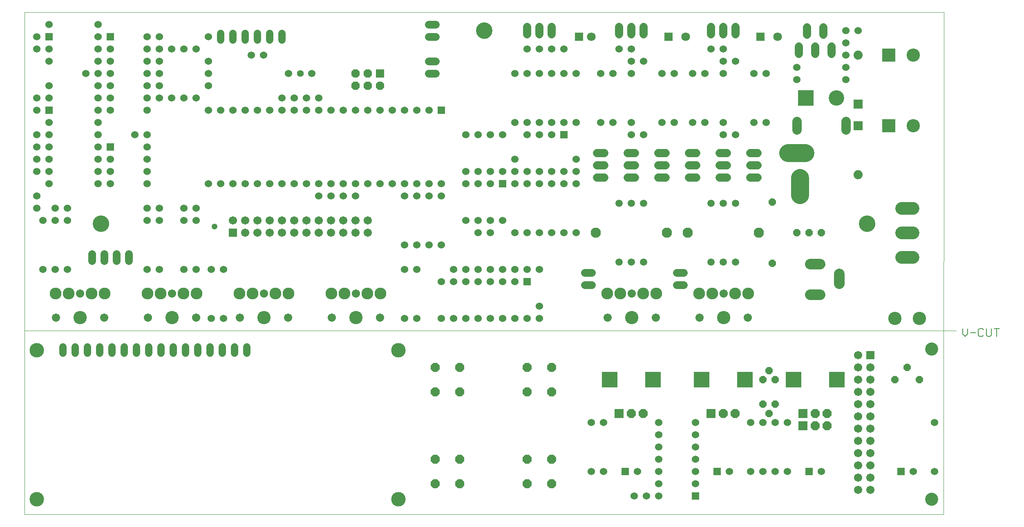
<source format=gbs>
G75*
%MOIN*%
%OFA0B0*%
%FSLAX24Y24*%
%IPPOS*%
%LPD*%
%AMOC8*
5,1,8,0,0,1.08239X$1,22.5*
%
%ADD10C,0.0000*%
%ADD11C,0.1340*%
%ADD12C,0.1064*%
%ADD13C,0.0060*%
%ADD14C,0.0600*%
%ADD15R,0.1080X0.1080*%
%ADD16C,0.1080*%
%ADD17C,0.0740*%
%ADD18R,0.0740X0.0740*%
%ADD19R,0.0600X0.0600*%
%ADD20C,0.1480*%
%ADD21C,0.0050*%
%ADD22C,0.0867*%
%ADD23C,0.0680*%
%ADD24OC8,0.0600*%
%ADD25C,0.0595*%
%ADD26C,0.1182*%
%ADD27C,0.0966*%
%ADD28C,0.0671*%
%ADD29C,0.1025*%
%ADD30R,0.0730X0.0730*%
%ADD31OC8,0.0730*%
%ADD32R,0.1307X0.1307*%
%ADD33OC8,0.0740*%
%ADD34C,0.0710*%
%ADD35R,0.0710X0.0710*%
%ADD36C,0.0592*%
%ADD37C,0.0828*%
%ADD38C,0.0640*%
%ADD39C,0.0780*%
%ADD40R,0.0674X0.0674*%
%ADD41C,0.0674*%
%ADD42C,0.0600*%
%ADD43OC8,0.0674*%
%ADD44C,0.0555*%
%ADD45C,0.1261*%
%ADD46OC8,0.0611*%
%ADD47R,0.1261X0.1261*%
%ADD48C,0.0476*%
D10*
X000500Y000250D02*
X000500Y015250D01*
X076500Y015250D01*
X074008Y013750D02*
X074010Y013794D01*
X074016Y013838D01*
X074026Y013881D01*
X074039Y013923D01*
X074057Y013963D01*
X074078Y014002D01*
X074102Y014039D01*
X074129Y014074D01*
X074160Y014106D01*
X074193Y014135D01*
X074229Y014161D01*
X074267Y014183D01*
X074307Y014202D01*
X074348Y014218D01*
X074391Y014230D01*
X074434Y014238D01*
X074478Y014242D01*
X074522Y014242D01*
X074566Y014238D01*
X074609Y014230D01*
X074652Y014218D01*
X074693Y014202D01*
X074733Y014183D01*
X074771Y014161D01*
X074807Y014135D01*
X074840Y014106D01*
X074871Y014074D01*
X074898Y014039D01*
X074922Y014002D01*
X074943Y013963D01*
X074961Y013923D01*
X074974Y013881D01*
X074984Y013838D01*
X074990Y013794D01*
X074992Y013750D01*
X074990Y013706D01*
X074984Y013662D01*
X074974Y013619D01*
X074961Y013577D01*
X074943Y013537D01*
X074922Y013498D01*
X074898Y013461D01*
X074871Y013426D01*
X074840Y013394D01*
X074807Y013365D01*
X074771Y013339D01*
X074733Y013317D01*
X074693Y013298D01*
X074652Y013282D01*
X074609Y013270D01*
X074566Y013262D01*
X074522Y013258D01*
X074478Y013258D01*
X074434Y013262D01*
X074391Y013270D01*
X074348Y013282D01*
X074307Y013298D01*
X074267Y013317D01*
X074229Y013339D01*
X074193Y013365D01*
X074160Y013394D01*
X074129Y013426D01*
X074102Y013461D01*
X074078Y013498D01*
X074057Y013537D01*
X074039Y013577D01*
X074026Y013619D01*
X074016Y013662D01*
X074010Y013706D01*
X074008Y013750D01*
X059213Y016313D02*
X059215Y016347D01*
X059221Y016381D01*
X059231Y016414D01*
X059244Y016445D01*
X059262Y016475D01*
X059282Y016503D01*
X059306Y016528D01*
X059332Y016550D01*
X059360Y016568D01*
X059391Y016584D01*
X059423Y016596D01*
X059457Y016604D01*
X059491Y016608D01*
X059525Y016608D01*
X059559Y016604D01*
X059593Y016596D01*
X059625Y016584D01*
X059655Y016568D01*
X059684Y016550D01*
X059710Y016528D01*
X059734Y016503D01*
X059754Y016475D01*
X059772Y016445D01*
X059785Y016414D01*
X059795Y016381D01*
X059801Y016347D01*
X059803Y016313D01*
X059801Y016279D01*
X059795Y016245D01*
X059785Y016212D01*
X059772Y016181D01*
X059754Y016151D01*
X059734Y016123D01*
X059710Y016098D01*
X059684Y016076D01*
X059656Y016058D01*
X059625Y016042D01*
X059593Y016030D01*
X059559Y016022D01*
X059525Y016018D01*
X059491Y016018D01*
X059457Y016022D01*
X059423Y016030D01*
X059391Y016042D01*
X059360Y016058D01*
X059332Y016076D01*
X059306Y016098D01*
X059282Y016123D01*
X059262Y016151D01*
X059244Y016181D01*
X059231Y016212D01*
X059221Y016245D01*
X059215Y016279D01*
X059213Y016313D01*
X055276Y016313D02*
X055278Y016347D01*
X055284Y016381D01*
X055294Y016414D01*
X055307Y016445D01*
X055325Y016475D01*
X055345Y016503D01*
X055369Y016528D01*
X055395Y016550D01*
X055423Y016568D01*
X055454Y016584D01*
X055486Y016596D01*
X055520Y016604D01*
X055554Y016608D01*
X055588Y016608D01*
X055622Y016604D01*
X055656Y016596D01*
X055688Y016584D01*
X055718Y016568D01*
X055747Y016550D01*
X055773Y016528D01*
X055797Y016503D01*
X055817Y016475D01*
X055835Y016445D01*
X055848Y016414D01*
X055858Y016381D01*
X055864Y016347D01*
X055866Y016313D01*
X055864Y016279D01*
X055858Y016245D01*
X055848Y016212D01*
X055835Y016181D01*
X055817Y016151D01*
X055797Y016123D01*
X055773Y016098D01*
X055747Y016076D01*
X055719Y016058D01*
X055688Y016042D01*
X055656Y016030D01*
X055622Y016022D01*
X055588Y016018D01*
X055554Y016018D01*
X055520Y016022D01*
X055486Y016030D01*
X055454Y016042D01*
X055423Y016058D01*
X055395Y016076D01*
X055369Y016098D01*
X055345Y016123D01*
X055325Y016151D01*
X055307Y016181D01*
X055294Y016212D01*
X055284Y016245D01*
X055278Y016279D01*
X055276Y016313D01*
X051713Y016313D02*
X051715Y016347D01*
X051721Y016381D01*
X051731Y016414D01*
X051744Y016445D01*
X051762Y016475D01*
X051782Y016503D01*
X051806Y016528D01*
X051832Y016550D01*
X051860Y016568D01*
X051891Y016584D01*
X051923Y016596D01*
X051957Y016604D01*
X051991Y016608D01*
X052025Y016608D01*
X052059Y016604D01*
X052093Y016596D01*
X052125Y016584D01*
X052155Y016568D01*
X052184Y016550D01*
X052210Y016528D01*
X052234Y016503D01*
X052254Y016475D01*
X052272Y016445D01*
X052285Y016414D01*
X052295Y016381D01*
X052301Y016347D01*
X052303Y016313D01*
X052301Y016279D01*
X052295Y016245D01*
X052285Y016212D01*
X052272Y016181D01*
X052254Y016151D01*
X052234Y016123D01*
X052210Y016098D01*
X052184Y016076D01*
X052156Y016058D01*
X052125Y016042D01*
X052093Y016030D01*
X052059Y016022D01*
X052025Y016018D01*
X051991Y016018D01*
X051957Y016022D01*
X051923Y016030D01*
X051891Y016042D01*
X051860Y016058D01*
X051832Y016076D01*
X051806Y016098D01*
X051782Y016123D01*
X051762Y016151D01*
X051744Y016181D01*
X051731Y016212D01*
X051721Y016245D01*
X051715Y016279D01*
X051713Y016313D01*
X049744Y018281D02*
X049746Y018315D01*
X049752Y018349D01*
X049762Y018382D01*
X049775Y018413D01*
X049793Y018443D01*
X049813Y018471D01*
X049837Y018496D01*
X049863Y018518D01*
X049891Y018536D01*
X049922Y018552D01*
X049954Y018564D01*
X049988Y018572D01*
X050022Y018576D01*
X050056Y018576D01*
X050090Y018572D01*
X050124Y018564D01*
X050156Y018552D01*
X050186Y018536D01*
X050215Y018518D01*
X050241Y018496D01*
X050265Y018471D01*
X050285Y018443D01*
X050303Y018413D01*
X050316Y018382D01*
X050326Y018349D01*
X050332Y018315D01*
X050334Y018281D01*
X050332Y018247D01*
X050326Y018213D01*
X050316Y018180D01*
X050303Y018149D01*
X050285Y018119D01*
X050265Y018091D01*
X050241Y018066D01*
X050215Y018044D01*
X050187Y018026D01*
X050156Y018010D01*
X050124Y017998D01*
X050090Y017990D01*
X050056Y017986D01*
X050022Y017986D01*
X049988Y017990D01*
X049954Y017998D01*
X049922Y018010D01*
X049891Y018026D01*
X049863Y018044D01*
X049837Y018066D01*
X049813Y018091D01*
X049793Y018119D01*
X049775Y018149D01*
X049762Y018180D01*
X049752Y018213D01*
X049746Y018247D01*
X049744Y018281D01*
X047776Y016313D02*
X047778Y016347D01*
X047784Y016381D01*
X047794Y016414D01*
X047807Y016445D01*
X047825Y016475D01*
X047845Y016503D01*
X047869Y016528D01*
X047895Y016550D01*
X047923Y016568D01*
X047954Y016584D01*
X047986Y016596D01*
X048020Y016604D01*
X048054Y016608D01*
X048088Y016608D01*
X048122Y016604D01*
X048156Y016596D01*
X048188Y016584D01*
X048218Y016568D01*
X048247Y016550D01*
X048273Y016528D01*
X048297Y016503D01*
X048317Y016475D01*
X048335Y016445D01*
X048348Y016414D01*
X048358Y016381D01*
X048364Y016347D01*
X048366Y016313D01*
X048364Y016279D01*
X048358Y016245D01*
X048348Y016212D01*
X048335Y016181D01*
X048317Y016151D01*
X048297Y016123D01*
X048273Y016098D01*
X048247Y016076D01*
X048219Y016058D01*
X048188Y016042D01*
X048156Y016030D01*
X048122Y016022D01*
X048088Y016018D01*
X048054Y016018D01*
X048020Y016022D01*
X047986Y016030D01*
X047954Y016042D01*
X047923Y016058D01*
X047895Y016076D01*
X047869Y016098D01*
X047845Y016123D01*
X047825Y016151D01*
X047807Y016181D01*
X047794Y016212D01*
X047784Y016245D01*
X047778Y016279D01*
X047776Y016313D01*
X057244Y018281D02*
X057246Y018315D01*
X057252Y018349D01*
X057262Y018382D01*
X057275Y018413D01*
X057293Y018443D01*
X057313Y018471D01*
X057337Y018496D01*
X057363Y018518D01*
X057391Y018536D01*
X057422Y018552D01*
X057454Y018564D01*
X057488Y018572D01*
X057522Y018576D01*
X057556Y018576D01*
X057590Y018572D01*
X057624Y018564D01*
X057656Y018552D01*
X057686Y018536D01*
X057715Y018518D01*
X057741Y018496D01*
X057765Y018471D01*
X057785Y018443D01*
X057803Y018413D01*
X057816Y018382D01*
X057826Y018349D01*
X057832Y018315D01*
X057834Y018281D01*
X057832Y018247D01*
X057826Y018213D01*
X057816Y018180D01*
X057803Y018149D01*
X057785Y018119D01*
X057765Y018091D01*
X057741Y018066D01*
X057715Y018044D01*
X057687Y018026D01*
X057656Y018010D01*
X057624Y017998D01*
X057590Y017990D01*
X057556Y017986D01*
X057522Y017986D01*
X057488Y017990D01*
X057454Y017998D01*
X057422Y018010D01*
X057391Y018026D01*
X057363Y018044D01*
X057337Y018066D01*
X057313Y018091D01*
X057293Y018119D01*
X057275Y018149D01*
X057262Y018180D01*
X057252Y018213D01*
X057246Y018247D01*
X057244Y018281D01*
X054231Y023250D02*
X054233Y023288D01*
X054239Y023327D01*
X054249Y023364D01*
X054262Y023400D01*
X054280Y023434D01*
X054300Y023467D01*
X054324Y023497D01*
X054351Y023524D01*
X054381Y023549D01*
X054412Y023571D01*
X054446Y023589D01*
X054482Y023603D01*
X054519Y023614D01*
X054557Y023621D01*
X054595Y023624D01*
X054634Y023623D01*
X054672Y023618D01*
X054710Y023609D01*
X054746Y023596D01*
X054781Y023580D01*
X054814Y023560D01*
X054845Y023537D01*
X054873Y023511D01*
X054898Y023482D01*
X054921Y023451D01*
X054940Y023417D01*
X054955Y023382D01*
X054967Y023345D01*
X054975Y023308D01*
X054979Y023269D01*
X054979Y023231D01*
X054975Y023192D01*
X054967Y023155D01*
X054955Y023118D01*
X054940Y023083D01*
X054921Y023049D01*
X054898Y023018D01*
X054873Y022989D01*
X054845Y022963D01*
X054814Y022940D01*
X054781Y022920D01*
X054746Y022904D01*
X054710Y022891D01*
X054672Y022882D01*
X054634Y022877D01*
X054595Y022876D01*
X054557Y022879D01*
X054519Y022886D01*
X054482Y022897D01*
X054446Y022911D01*
X054412Y022929D01*
X054381Y022951D01*
X054351Y022976D01*
X054324Y023003D01*
X054300Y023033D01*
X054280Y023066D01*
X054262Y023100D01*
X054249Y023136D01*
X054239Y023173D01*
X054233Y023212D01*
X054231Y023250D01*
X052521Y023250D02*
X052523Y023288D01*
X052529Y023327D01*
X052539Y023364D01*
X052552Y023400D01*
X052570Y023434D01*
X052590Y023467D01*
X052614Y023497D01*
X052641Y023524D01*
X052671Y023549D01*
X052702Y023571D01*
X052736Y023589D01*
X052772Y023603D01*
X052809Y023614D01*
X052847Y023621D01*
X052885Y023624D01*
X052924Y023623D01*
X052962Y023618D01*
X053000Y023609D01*
X053036Y023596D01*
X053071Y023580D01*
X053104Y023560D01*
X053135Y023537D01*
X053163Y023511D01*
X053188Y023482D01*
X053211Y023451D01*
X053230Y023417D01*
X053245Y023382D01*
X053257Y023345D01*
X053265Y023308D01*
X053269Y023269D01*
X053269Y023231D01*
X053265Y023192D01*
X053257Y023155D01*
X053245Y023118D01*
X053230Y023083D01*
X053211Y023049D01*
X053188Y023018D01*
X053163Y022989D01*
X053135Y022963D01*
X053104Y022940D01*
X053071Y022920D01*
X053036Y022904D01*
X053000Y022891D01*
X052962Y022882D01*
X052924Y022877D01*
X052885Y022876D01*
X052847Y022879D01*
X052809Y022886D01*
X052772Y022897D01*
X052736Y022911D01*
X052702Y022929D01*
X052671Y022951D01*
X052641Y022976D01*
X052614Y023003D01*
X052590Y023033D01*
X052570Y023066D01*
X052552Y023100D01*
X052539Y023136D01*
X052529Y023173D01*
X052523Y023212D01*
X052521Y023250D01*
X046731Y023250D02*
X046733Y023288D01*
X046739Y023327D01*
X046749Y023364D01*
X046762Y023400D01*
X046780Y023434D01*
X046800Y023467D01*
X046824Y023497D01*
X046851Y023524D01*
X046881Y023549D01*
X046912Y023571D01*
X046946Y023589D01*
X046982Y023603D01*
X047019Y023614D01*
X047057Y023621D01*
X047095Y023624D01*
X047134Y023623D01*
X047172Y023618D01*
X047210Y023609D01*
X047246Y023596D01*
X047281Y023580D01*
X047314Y023560D01*
X047345Y023537D01*
X047373Y023511D01*
X047398Y023482D01*
X047421Y023451D01*
X047440Y023417D01*
X047455Y023382D01*
X047467Y023345D01*
X047475Y023308D01*
X047479Y023269D01*
X047479Y023231D01*
X047475Y023192D01*
X047467Y023155D01*
X047455Y023118D01*
X047440Y023083D01*
X047421Y023049D01*
X047398Y023018D01*
X047373Y022989D01*
X047345Y022963D01*
X047314Y022940D01*
X047281Y022920D01*
X047246Y022904D01*
X047210Y022891D01*
X047172Y022882D01*
X047134Y022877D01*
X047095Y022876D01*
X047057Y022879D01*
X047019Y022886D01*
X046982Y022897D01*
X046946Y022911D01*
X046912Y022929D01*
X046881Y022951D01*
X046851Y022976D01*
X046824Y023003D01*
X046800Y023033D01*
X046780Y023066D01*
X046762Y023100D01*
X046749Y023136D01*
X046739Y023173D01*
X046733Y023212D01*
X046731Y023250D01*
X060021Y023250D02*
X060023Y023288D01*
X060029Y023327D01*
X060039Y023364D01*
X060052Y023400D01*
X060070Y023434D01*
X060090Y023467D01*
X060114Y023497D01*
X060141Y023524D01*
X060171Y023549D01*
X060202Y023571D01*
X060236Y023589D01*
X060272Y023603D01*
X060309Y023614D01*
X060347Y023621D01*
X060385Y023624D01*
X060424Y023623D01*
X060462Y023618D01*
X060500Y023609D01*
X060536Y023596D01*
X060571Y023580D01*
X060604Y023560D01*
X060635Y023537D01*
X060663Y023511D01*
X060688Y023482D01*
X060711Y023451D01*
X060730Y023417D01*
X060745Y023382D01*
X060757Y023345D01*
X060765Y023308D01*
X060769Y023269D01*
X060769Y023231D01*
X060765Y023192D01*
X060757Y023155D01*
X060745Y023118D01*
X060730Y023083D01*
X060711Y023049D01*
X060688Y023018D01*
X060663Y022989D01*
X060635Y022963D01*
X060604Y022940D01*
X060571Y022920D01*
X060536Y022904D01*
X060500Y022891D01*
X060462Y022882D01*
X060424Y022877D01*
X060385Y022876D01*
X060347Y022879D01*
X060309Y022886D01*
X060272Y022897D01*
X060236Y022911D01*
X060202Y022929D01*
X060171Y022951D01*
X060141Y022976D01*
X060114Y023003D01*
X060090Y023033D01*
X060070Y023066D01*
X060052Y023100D01*
X060039Y023136D01*
X060029Y023173D01*
X060023Y023212D01*
X060021Y023250D01*
X068620Y024000D02*
X068622Y024050D01*
X068628Y024100D01*
X068638Y024149D01*
X068652Y024197D01*
X068669Y024244D01*
X068690Y024289D01*
X068715Y024333D01*
X068743Y024374D01*
X068775Y024413D01*
X068809Y024450D01*
X068846Y024484D01*
X068886Y024514D01*
X068928Y024541D01*
X068972Y024565D01*
X069018Y024586D01*
X069065Y024602D01*
X069113Y024615D01*
X069163Y024624D01*
X069212Y024629D01*
X069263Y024630D01*
X069313Y024627D01*
X069362Y024620D01*
X069411Y024609D01*
X069459Y024594D01*
X069505Y024576D01*
X069550Y024554D01*
X069593Y024528D01*
X069634Y024499D01*
X069673Y024467D01*
X069709Y024432D01*
X069741Y024394D01*
X069771Y024354D01*
X069798Y024311D01*
X069821Y024267D01*
X069840Y024221D01*
X069856Y024173D01*
X069868Y024124D01*
X069876Y024075D01*
X069880Y024025D01*
X069880Y023975D01*
X069876Y023925D01*
X069868Y023876D01*
X069856Y023827D01*
X069840Y023779D01*
X069821Y023733D01*
X069798Y023689D01*
X069771Y023646D01*
X069741Y023606D01*
X069709Y023568D01*
X069673Y023533D01*
X069634Y023501D01*
X069593Y023472D01*
X069550Y023446D01*
X069505Y023424D01*
X069459Y023406D01*
X069411Y023391D01*
X069362Y023380D01*
X069313Y023373D01*
X069263Y023370D01*
X069212Y023371D01*
X069163Y023376D01*
X069113Y023385D01*
X069065Y023398D01*
X069018Y023414D01*
X068972Y023435D01*
X068928Y023459D01*
X068886Y023486D01*
X068846Y023516D01*
X068809Y023550D01*
X068775Y023587D01*
X068743Y023626D01*
X068715Y023667D01*
X068690Y023711D01*
X068669Y023756D01*
X068652Y023803D01*
X068638Y023851D01*
X068628Y023900D01*
X068622Y023950D01*
X068620Y024000D01*
X037370Y039750D02*
X037372Y039800D01*
X037378Y039850D01*
X037388Y039899D01*
X037402Y039947D01*
X037419Y039994D01*
X037440Y040039D01*
X037465Y040083D01*
X037493Y040124D01*
X037525Y040163D01*
X037559Y040200D01*
X037596Y040234D01*
X037636Y040264D01*
X037678Y040291D01*
X037722Y040315D01*
X037768Y040336D01*
X037815Y040352D01*
X037863Y040365D01*
X037913Y040374D01*
X037962Y040379D01*
X038013Y040380D01*
X038063Y040377D01*
X038112Y040370D01*
X038161Y040359D01*
X038209Y040344D01*
X038255Y040326D01*
X038300Y040304D01*
X038343Y040278D01*
X038384Y040249D01*
X038423Y040217D01*
X038459Y040182D01*
X038491Y040144D01*
X038521Y040104D01*
X038548Y040061D01*
X038571Y040017D01*
X038590Y039971D01*
X038606Y039923D01*
X038618Y039874D01*
X038626Y039825D01*
X038630Y039775D01*
X038630Y039725D01*
X038626Y039675D01*
X038618Y039626D01*
X038606Y039577D01*
X038590Y039529D01*
X038571Y039483D01*
X038548Y039439D01*
X038521Y039396D01*
X038491Y039356D01*
X038459Y039318D01*
X038423Y039283D01*
X038384Y039251D01*
X038343Y039222D01*
X038300Y039196D01*
X038255Y039174D01*
X038209Y039156D01*
X038161Y039141D01*
X038112Y039130D01*
X038063Y039123D01*
X038013Y039120D01*
X037962Y039121D01*
X037913Y039126D01*
X037863Y039135D01*
X037815Y039148D01*
X037768Y039164D01*
X037722Y039185D01*
X037678Y039209D01*
X037636Y039236D01*
X037596Y039266D01*
X037559Y039300D01*
X037525Y039337D01*
X037493Y039376D01*
X037465Y039417D01*
X037440Y039461D01*
X037419Y039506D01*
X037402Y039553D01*
X037388Y039601D01*
X037378Y039650D01*
X037372Y039700D01*
X037370Y039750D01*
X006120Y024000D02*
X006122Y024050D01*
X006128Y024100D01*
X006138Y024149D01*
X006152Y024197D01*
X006169Y024244D01*
X006190Y024289D01*
X006215Y024333D01*
X006243Y024374D01*
X006275Y024413D01*
X006309Y024450D01*
X006346Y024484D01*
X006386Y024514D01*
X006428Y024541D01*
X006472Y024565D01*
X006518Y024586D01*
X006565Y024602D01*
X006613Y024615D01*
X006663Y024624D01*
X006712Y024629D01*
X006763Y024630D01*
X006813Y024627D01*
X006862Y024620D01*
X006911Y024609D01*
X006959Y024594D01*
X007005Y024576D01*
X007050Y024554D01*
X007093Y024528D01*
X007134Y024499D01*
X007173Y024467D01*
X007209Y024432D01*
X007241Y024394D01*
X007271Y024354D01*
X007298Y024311D01*
X007321Y024267D01*
X007340Y024221D01*
X007356Y024173D01*
X007368Y024124D01*
X007376Y024075D01*
X007380Y024025D01*
X007380Y023975D01*
X007376Y023925D01*
X007368Y023876D01*
X007356Y023827D01*
X007340Y023779D01*
X007321Y023733D01*
X007298Y023689D01*
X007271Y023646D01*
X007241Y023606D01*
X007209Y023568D01*
X007173Y023533D01*
X007134Y023501D01*
X007093Y023472D01*
X007050Y023446D01*
X007005Y023424D01*
X006959Y023406D01*
X006911Y023391D01*
X006862Y023380D01*
X006813Y023373D01*
X006763Y023370D01*
X006712Y023371D01*
X006663Y023376D01*
X006613Y023385D01*
X006565Y023398D01*
X006518Y023414D01*
X006472Y023435D01*
X006428Y023459D01*
X006386Y023486D01*
X006346Y023516D01*
X006309Y023550D01*
X006275Y023587D01*
X006243Y023626D01*
X006215Y023667D01*
X006190Y023711D01*
X006169Y023756D01*
X006152Y023803D01*
X006138Y023851D01*
X006128Y023900D01*
X006122Y023950D01*
X006120Y024000D01*
X004744Y018281D02*
X004746Y018315D01*
X004752Y018349D01*
X004762Y018382D01*
X004775Y018413D01*
X004793Y018443D01*
X004813Y018471D01*
X004837Y018496D01*
X004863Y018518D01*
X004891Y018536D01*
X004922Y018552D01*
X004954Y018564D01*
X004988Y018572D01*
X005022Y018576D01*
X005056Y018576D01*
X005090Y018572D01*
X005124Y018564D01*
X005156Y018552D01*
X005186Y018536D01*
X005215Y018518D01*
X005241Y018496D01*
X005265Y018471D01*
X005285Y018443D01*
X005303Y018413D01*
X005316Y018382D01*
X005326Y018349D01*
X005332Y018315D01*
X005334Y018281D01*
X005332Y018247D01*
X005326Y018213D01*
X005316Y018180D01*
X005303Y018149D01*
X005285Y018119D01*
X005265Y018091D01*
X005241Y018066D01*
X005215Y018044D01*
X005187Y018026D01*
X005156Y018010D01*
X005124Y017998D01*
X005090Y017990D01*
X005056Y017986D01*
X005022Y017986D01*
X004988Y017990D01*
X004954Y017998D01*
X004922Y018010D01*
X004891Y018026D01*
X004863Y018044D01*
X004837Y018066D01*
X004813Y018091D01*
X004793Y018119D01*
X004775Y018149D01*
X004762Y018180D01*
X004752Y018213D01*
X004746Y018247D01*
X004744Y018281D01*
X002776Y016313D02*
X002778Y016347D01*
X002784Y016381D01*
X002794Y016414D01*
X002807Y016445D01*
X002825Y016475D01*
X002845Y016503D01*
X002869Y016528D01*
X002895Y016550D01*
X002923Y016568D01*
X002954Y016584D01*
X002986Y016596D01*
X003020Y016604D01*
X003054Y016608D01*
X003088Y016608D01*
X003122Y016604D01*
X003156Y016596D01*
X003188Y016584D01*
X003218Y016568D01*
X003247Y016550D01*
X003273Y016528D01*
X003297Y016503D01*
X003317Y016475D01*
X003335Y016445D01*
X003348Y016414D01*
X003358Y016381D01*
X003364Y016347D01*
X003366Y016313D01*
X003364Y016279D01*
X003358Y016245D01*
X003348Y016212D01*
X003335Y016181D01*
X003317Y016151D01*
X003297Y016123D01*
X003273Y016098D01*
X003247Y016076D01*
X003219Y016058D01*
X003188Y016042D01*
X003156Y016030D01*
X003122Y016022D01*
X003088Y016018D01*
X003054Y016018D01*
X003020Y016022D01*
X002986Y016030D01*
X002954Y016042D01*
X002923Y016058D01*
X002895Y016076D01*
X002869Y016098D01*
X002845Y016123D01*
X002825Y016151D01*
X002807Y016181D01*
X002794Y016212D01*
X002784Y016245D01*
X002778Y016279D01*
X002776Y016313D01*
X000500Y015250D02*
X000500Y041250D01*
X075500Y041250D01*
X075492Y000250D01*
X000500Y000250D01*
X000949Y001500D02*
X000951Y001547D01*
X000957Y001593D01*
X000967Y001639D01*
X000980Y001684D01*
X000998Y001727D01*
X001019Y001769D01*
X001043Y001809D01*
X001071Y001846D01*
X001102Y001881D01*
X001136Y001914D01*
X001172Y001943D01*
X001211Y001969D01*
X001252Y001992D01*
X001295Y002011D01*
X001339Y002027D01*
X001384Y002039D01*
X001430Y002047D01*
X001477Y002051D01*
X001523Y002051D01*
X001570Y002047D01*
X001616Y002039D01*
X001661Y002027D01*
X001705Y002011D01*
X001748Y001992D01*
X001789Y001969D01*
X001828Y001943D01*
X001864Y001914D01*
X001898Y001881D01*
X001929Y001846D01*
X001957Y001809D01*
X001981Y001769D01*
X002002Y001727D01*
X002020Y001684D01*
X002033Y001639D01*
X002043Y001593D01*
X002049Y001547D01*
X002051Y001500D01*
X002049Y001453D01*
X002043Y001407D01*
X002033Y001361D01*
X002020Y001316D01*
X002002Y001273D01*
X001981Y001231D01*
X001957Y001191D01*
X001929Y001154D01*
X001898Y001119D01*
X001864Y001086D01*
X001828Y001057D01*
X001789Y001031D01*
X001748Y001008D01*
X001705Y000989D01*
X001661Y000973D01*
X001616Y000961D01*
X001570Y000953D01*
X001523Y000949D01*
X001477Y000949D01*
X001430Y000953D01*
X001384Y000961D01*
X001339Y000973D01*
X001295Y000989D01*
X001252Y001008D01*
X001211Y001031D01*
X001172Y001057D01*
X001136Y001086D01*
X001102Y001119D01*
X001071Y001154D01*
X001043Y001191D01*
X001019Y001231D01*
X000998Y001273D01*
X000980Y001316D01*
X000967Y001361D01*
X000957Y001407D01*
X000951Y001453D01*
X000949Y001500D01*
X000949Y013673D02*
X000951Y013720D01*
X000957Y013766D01*
X000967Y013812D01*
X000980Y013857D01*
X000998Y013900D01*
X001019Y013942D01*
X001043Y013982D01*
X001071Y014019D01*
X001102Y014054D01*
X001136Y014087D01*
X001172Y014116D01*
X001211Y014142D01*
X001252Y014165D01*
X001295Y014184D01*
X001339Y014200D01*
X001384Y014212D01*
X001430Y014220D01*
X001477Y014224D01*
X001523Y014224D01*
X001570Y014220D01*
X001616Y014212D01*
X001661Y014200D01*
X001705Y014184D01*
X001748Y014165D01*
X001789Y014142D01*
X001828Y014116D01*
X001864Y014087D01*
X001898Y014054D01*
X001929Y014019D01*
X001957Y013982D01*
X001981Y013942D01*
X002002Y013900D01*
X002020Y013857D01*
X002033Y013812D01*
X002043Y013766D01*
X002049Y013720D01*
X002051Y013673D01*
X002049Y013626D01*
X002043Y013580D01*
X002033Y013534D01*
X002020Y013489D01*
X002002Y013446D01*
X001981Y013404D01*
X001957Y013364D01*
X001929Y013327D01*
X001898Y013292D01*
X001864Y013259D01*
X001828Y013230D01*
X001789Y013204D01*
X001748Y013181D01*
X001705Y013162D01*
X001661Y013146D01*
X001616Y013134D01*
X001570Y013126D01*
X001523Y013122D01*
X001477Y013122D01*
X001430Y013126D01*
X001384Y013134D01*
X001339Y013146D01*
X001295Y013162D01*
X001252Y013181D01*
X001211Y013204D01*
X001172Y013230D01*
X001136Y013259D01*
X001102Y013292D01*
X001071Y013327D01*
X001043Y013364D01*
X001019Y013404D01*
X000998Y013446D01*
X000980Y013489D01*
X000967Y013534D01*
X000957Y013580D01*
X000951Y013626D01*
X000949Y013673D01*
X006713Y016313D02*
X006715Y016347D01*
X006721Y016381D01*
X006731Y016414D01*
X006744Y016445D01*
X006762Y016475D01*
X006782Y016503D01*
X006806Y016528D01*
X006832Y016550D01*
X006860Y016568D01*
X006891Y016584D01*
X006923Y016596D01*
X006957Y016604D01*
X006991Y016608D01*
X007025Y016608D01*
X007059Y016604D01*
X007093Y016596D01*
X007125Y016584D01*
X007155Y016568D01*
X007184Y016550D01*
X007210Y016528D01*
X007234Y016503D01*
X007254Y016475D01*
X007272Y016445D01*
X007285Y016414D01*
X007295Y016381D01*
X007301Y016347D01*
X007303Y016313D01*
X007301Y016279D01*
X007295Y016245D01*
X007285Y016212D01*
X007272Y016181D01*
X007254Y016151D01*
X007234Y016123D01*
X007210Y016098D01*
X007184Y016076D01*
X007156Y016058D01*
X007125Y016042D01*
X007093Y016030D01*
X007059Y016022D01*
X007025Y016018D01*
X006991Y016018D01*
X006957Y016022D01*
X006923Y016030D01*
X006891Y016042D01*
X006860Y016058D01*
X006832Y016076D01*
X006806Y016098D01*
X006782Y016123D01*
X006762Y016151D01*
X006744Y016181D01*
X006731Y016212D01*
X006721Y016245D01*
X006715Y016279D01*
X006713Y016313D01*
X010276Y016313D02*
X010278Y016347D01*
X010284Y016381D01*
X010294Y016414D01*
X010307Y016445D01*
X010325Y016475D01*
X010345Y016503D01*
X010369Y016528D01*
X010395Y016550D01*
X010423Y016568D01*
X010454Y016584D01*
X010486Y016596D01*
X010520Y016604D01*
X010554Y016608D01*
X010588Y016608D01*
X010622Y016604D01*
X010656Y016596D01*
X010688Y016584D01*
X010718Y016568D01*
X010747Y016550D01*
X010773Y016528D01*
X010797Y016503D01*
X010817Y016475D01*
X010835Y016445D01*
X010848Y016414D01*
X010858Y016381D01*
X010864Y016347D01*
X010866Y016313D01*
X010864Y016279D01*
X010858Y016245D01*
X010848Y016212D01*
X010835Y016181D01*
X010817Y016151D01*
X010797Y016123D01*
X010773Y016098D01*
X010747Y016076D01*
X010719Y016058D01*
X010688Y016042D01*
X010656Y016030D01*
X010622Y016022D01*
X010588Y016018D01*
X010554Y016018D01*
X010520Y016022D01*
X010486Y016030D01*
X010454Y016042D01*
X010423Y016058D01*
X010395Y016076D01*
X010369Y016098D01*
X010345Y016123D01*
X010325Y016151D01*
X010307Y016181D01*
X010294Y016212D01*
X010284Y016245D01*
X010278Y016279D01*
X010276Y016313D01*
X012244Y018281D02*
X012246Y018315D01*
X012252Y018349D01*
X012262Y018382D01*
X012275Y018413D01*
X012293Y018443D01*
X012313Y018471D01*
X012337Y018496D01*
X012363Y018518D01*
X012391Y018536D01*
X012422Y018552D01*
X012454Y018564D01*
X012488Y018572D01*
X012522Y018576D01*
X012556Y018576D01*
X012590Y018572D01*
X012624Y018564D01*
X012656Y018552D01*
X012686Y018536D01*
X012715Y018518D01*
X012741Y018496D01*
X012765Y018471D01*
X012785Y018443D01*
X012803Y018413D01*
X012816Y018382D01*
X012826Y018349D01*
X012832Y018315D01*
X012834Y018281D01*
X012832Y018247D01*
X012826Y018213D01*
X012816Y018180D01*
X012803Y018149D01*
X012785Y018119D01*
X012765Y018091D01*
X012741Y018066D01*
X012715Y018044D01*
X012687Y018026D01*
X012656Y018010D01*
X012624Y017998D01*
X012590Y017990D01*
X012556Y017986D01*
X012522Y017986D01*
X012488Y017990D01*
X012454Y017998D01*
X012422Y018010D01*
X012391Y018026D01*
X012363Y018044D01*
X012337Y018066D01*
X012313Y018091D01*
X012293Y018119D01*
X012275Y018149D01*
X012262Y018180D01*
X012252Y018213D01*
X012246Y018247D01*
X012244Y018281D01*
X014213Y016313D02*
X014215Y016347D01*
X014221Y016381D01*
X014231Y016414D01*
X014244Y016445D01*
X014262Y016475D01*
X014282Y016503D01*
X014306Y016528D01*
X014332Y016550D01*
X014360Y016568D01*
X014391Y016584D01*
X014423Y016596D01*
X014457Y016604D01*
X014491Y016608D01*
X014525Y016608D01*
X014559Y016604D01*
X014593Y016596D01*
X014625Y016584D01*
X014655Y016568D01*
X014684Y016550D01*
X014710Y016528D01*
X014734Y016503D01*
X014754Y016475D01*
X014772Y016445D01*
X014785Y016414D01*
X014795Y016381D01*
X014801Y016347D01*
X014803Y016313D01*
X014801Y016279D01*
X014795Y016245D01*
X014785Y016212D01*
X014772Y016181D01*
X014754Y016151D01*
X014734Y016123D01*
X014710Y016098D01*
X014684Y016076D01*
X014656Y016058D01*
X014625Y016042D01*
X014593Y016030D01*
X014559Y016022D01*
X014525Y016018D01*
X014491Y016018D01*
X014457Y016022D01*
X014423Y016030D01*
X014391Y016042D01*
X014360Y016058D01*
X014332Y016076D01*
X014306Y016098D01*
X014282Y016123D01*
X014262Y016151D01*
X014244Y016181D01*
X014231Y016212D01*
X014221Y016245D01*
X014215Y016279D01*
X014213Y016313D01*
X017776Y016313D02*
X017778Y016347D01*
X017784Y016381D01*
X017794Y016414D01*
X017807Y016445D01*
X017825Y016475D01*
X017845Y016503D01*
X017869Y016528D01*
X017895Y016550D01*
X017923Y016568D01*
X017954Y016584D01*
X017986Y016596D01*
X018020Y016604D01*
X018054Y016608D01*
X018088Y016608D01*
X018122Y016604D01*
X018156Y016596D01*
X018188Y016584D01*
X018218Y016568D01*
X018247Y016550D01*
X018273Y016528D01*
X018297Y016503D01*
X018317Y016475D01*
X018335Y016445D01*
X018348Y016414D01*
X018358Y016381D01*
X018364Y016347D01*
X018366Y016313D01*
X018364Y016279D01*
X018358Y016245D01*
X018348Y016212D01*
X018335Y016181D01*
X018317Y016151D01*
X018297Y016123D01*
X018273Y016098D01*
X018247Y016076D01*
X018219Y016058D01*
X018188Y016042D01*
X018156Y016030D01*
X018122Y016022D01*
X018088Y016018D01*
X018054Y016018D01*
X018020Y016022D01*
X017986Y016030D01*
X017954Y016042D01*
X017923Y016058D01*
X017895Y016076D01*
X017869Y016098D01*
X017845Y016123D01*
X017825Y016151D01*
X017807Y016181D01*
X017794Y016212D01*
X017784Y016245D01*
X017778Y016279D01*
X017776Y016313D01*
X019744Y018281D02*
X019746Y018315D01*
X019752Y018349D01*
X019762Y018382D01*
X019775Y018413D01*
X019793Y018443D01*
X019813Y018471D01*
X019837Y018496D01*
X019863Y018518D01*
X019891Y018536D01*
X019922Y018552D01*
X019954Y018564D01*
X019988Y018572D01*
X020022Y018576D01*
X020056Y018576D01*
X020090Y018572D01*
X020124Y018564D01*
X020156Y018552D01*
X020186Y018536D01*
X020215Y018518D01*
X020241Y018496D01*
X020265Y018471D01*
X020285Y018443D01*
X020303Y018413D01*
X020316Y018382D01*
X020326Y018349D01*
X020332Y018315D01*
X020334Y018281D01*
X020332Y018247D01*
X020326Y018213D01*
X020316Y018180D01*
X020303Y018149D01*
X020285Y018119D01*
X020265Y018091D01*
X020241Y018066D01*
X020215Y018044D01*
X020187Y018026D01*
X020156Y018010D01*
X020124Y017998D01*
X020090Y017990D01*
X020056Y017986D01*
X020022Y017986D01*
X019988Y017990D01*
X019954Y017998D01*
X019922Y018010D01*
X019891Y018026D01*
X019863Y018044D01*
X019837Y018066D01*
X019813Y018091D01*
X019793Y018119D01*
X019775Y018149D01*
X019762Y018180D01*
X019752Y018213D01*
X019746Y018247D01*
X019744Y018281D01*
X021713Y016313D02*
X021715Y016347D01*
X021721Y016381D01*
X021731Y016414D01*
X021744Y016445D01*
X021762Y016475D01*
X021782Y016503D01*
X021806Y016528D01*
X021832Y016550D01*
X021860Y016568D01*
X021891Y016584D01*
X021923Y016596D01*
X021957Y016604D01*
X021991Y016608D01*
X022025Y016608D01*
X022059Y016604D01*
X022093Y016596D01*
X022125Y016584D01*
X022155Y016568D01*
X022184Y016550D01*
X022210Y016528D01*
X022234Y016503D01*
X022254Y016475D01*
X022272Y016445D01*
X022285Y016414D01*
X022295Y016381D01*
X022301Y016347D01*
X022303Y016313D01*
X022301Y016279D01*
X022295Y016245D01*
X022285Y016212D01*
X022272Y016181D01*
X022254Y016151D01*
X022234Y016123D01*
X022210Y016098D01*
X022184Y016076D01*
X022156Y016058D01*
X022125Y016042D01*
X022093Y016030D01*
X022059Y016022D01*
X022025Y016018D01*
X021991Y016018D01*
X021957Y016022D01*
X021923Y016030D01*
X021891Y016042D01*
X021860Y016058D01*
X021832Y016076D01*
X021806Y016098D01*
X021782Y016123D01*
X021762Y016151D01*
X021744Y016181D01*
X021731Y016212D01*
X021721Y016245D01*
X021715Y016279D01*
X021713Y016313D01*
X025276Y016313D02*
X025278Y016347D01*
X025284Y016381D01*
X025294Y016414D01*
X025307Y016445D01*
X025325Y016475D01*
X025345Y016503D01*
X025369Y016528D01*
X025395Y016550D01*
X025423Y016568D01*
X025454Y016584D01*
X025486Y016596D01*
X025520Y016604D01*
X025554Y016608D01*
X025588Y016608D01*
X025622Y016604D01*
X025656Y016596D01*
X025688Y016584D01*
X025718Y016568D01*
X025747Y016550D01*
X025773Y016528D01*
X025797Y016503D01*
X025817Y016475D01*
X025835Y016445D01*
X025848Y016414D01*
X025858Y016381D01*
X025864Y016347D01*
X025866Y016313D01*
X025864Y016279D01*
X025858Y016245D01*
X025848Y016212D01*
X025835Y016181D01*
X025817Y016151D01*
X025797Y016123D01*
X025773Y016098D01*
X025747Y016076D01*
X025719Y016058D01*
X025688Y016042D01*
X025656Y016030D01*
X025622Y016022D01*
X025588Y016018D01*
X025554Y016018D01*
X025520Y016022D01*
X025486Y016030D01*
X025454Y016042D01*
X025423Y016058D01*
X025395Y016076D01*
X025369Y016098D01*
X025345Y016123D01*
X025325Y016151D01*
X025307Y016181D01*
X025294Y016212D01*
X025284Y016245D01*
X025278Y016279D01*
X025276Y016313D01*
X027244Y018281D02*
X027246Y018315D01*
X027252Y018349D01*
X027262Y018382D01*
X027275Y018413D01*
X027293Y018443D01*
X027313Y018471D01*
X027337Y018496D01*
X027363Y018518D01*
X027391Y018536D01*
X027422Y018552D01*
X027454Y018564D01*
X027488Y018572D01*
X027522Y018576D01*
X027556Y018576D01*
X027590Y018572D01*
X027624Y018564D01*
X027656Y018552D01*
X027686Y018536D01*
X027715Y018518D01*
X027741Y018496D01*
X027765Y018471D01*
X027785Y018443D01*
X027803Y018413D01*
X027816Y018382D01*
X027826Y018349D01*
X027832Y018315D01*
X027834Y018281D01*
X027832Y018247D01*
X027826Y018213D01*
X027816Y018180D01*
X027803Y018149D01*
X027785Y018119D01*
X027765Y018091D01*
X027741Y018066D01*
X027715Y018044D01*
X027687Y018026D01*
X027656Y018010D01*
X027624Y017998D01*
X027590Y017990D01*
X027556Y017986D01*
X027522Y017986D01*
X027488Y017990D01*
X027454Y017998D01*
X027422Y018010D01*
X027391Y018026D01*
X027363Y018044D01*
X027337Y018066D01*
X027313Y018091D01*
X027293Y018119D01*
X027275Y018149D01*
X027262Y018180D01*
X027252Y018213D01*
X027246Y018247D01*
X027244Y018281D01*
X029213Y016313D02*
X029215Y016347D01*
X029221Y016381D01*
X029231Y016414D01*
X029244Y016445D01*
X029262Y016475D01*
X029282Y016503D01*
X029306Y016528D01*
X029332Y016550D01*
X029360Y016568D01*
X029391Y016584D01*
X029423Y016596D01*
X029457Y016604D01*
X029491Y016608D01*
X029525Y016608D01*
X029559Y016604D01*
X029593Y016596D01*
X029625Y016584D01*
X029655Y016568D01*
X029684Y016550D01*
X029710Y016528D01*
X029734Y016503D01*
X029754Y016475D01*
X029772Y016445D01*
X029785Y016414D01*
X029795Y016381D01*
X029801Y016347D01*
X029803Y016313D01*
X029801Y016279D01*
X029795Y016245D01*
X029785Y016212D01*
X029772Y016181D01*
X029754Y016151D01*
X029734Y016123D01*
X029710Y016098D01*
X029684Y016076D01*
X029656Y016058D01*
X029625Y016042D01*
X029593Y016030D01*
X029559Y016022D01*
X029525Y016018D01*
X029491Y016018D01*
X029457Y016022D01*
X029423Y016030D01*
X029391Y016042D01*
X029360Y016058D01*
X029332Y016076D01*
X029306Y016098D01*
X029282Y016123D01*
X029262Y016151D01*
X029244Y016181D01*
X029231Y016212D01*
X029221Y016245D01*
X029215Y016279D01*
X029213Y016313D01*
X030445Y013673D02*
X030447Y013720D01*
X030453Y013766D01*
X030463Y013812D01*
X030476Y013857D01*
X030494Y013900D01*
X030515Y013942D01*
X030539Y013982D01*
X030567Y014019D01*
X030598Y014054D01*
X030632Y014087D01*
X030668Y014116D01*
X030707Y014142D01*
X030748Y014165D01*
X030791Y014184D01*
X030835Y014200D01*
X030880Y014212D01*
X030926Y014220D01*
X030973Y014224D01*
X031019Y014224D01*
X031066Y014220D01*
X031112Y014212D01*
X031157Y014200D01*
X031201Y014184D01*
X031244Y014165D01*
X031285Y014142D01*
X031324Y014116D01*
X031360Y014087D01*
X031394Y014054D01*
X031425Y014019D01*
X031453Y013982D01*
X031477Y013942D01*
X031498Y013900D01*
X031516Y013857D01*
X031529Y013812D01*
X031539Y013766D01*
X031545Y013720D01*
X031547Y013673D01*
X031545Y013626D01*
X031539Y013580D01*
X031529Y013534D01*
X031516Y013489D01*
X031498Y013446D01*
X031477Y013404D01*
X031453Y013364D01*
X031425Y013327D01*
X031394Y013292D01*
X031360Y013259D01*
X031324Y013230D01*
X031285Y013204D01*
X031244Y013181D01*
X031201Y013162D01*
X031157Y013146D01*
X031112Y013134D01*
X031066Y013126D01*
X031019Y013122D01*
X030973Y013122D01*
X030926Y013126D01*
X030880Y013134D01*
X030835Y013146D01*
X030791Y013162D01*
X030748Y013181D01*
X030707Y013204D01*
X030668Y013230D01*
X030632Y013259D01*
X030598Y013292D01*
X030567Y013327D01*
X030539Y013364D01*
X030515Y013404D01*
X030494Y013446D01*
X030476Y013489D01*
X030463Y013534D01*
X030453Y013580D01*
X030447Y013626D01*
X030445Y013673D01*
X030445Y001500D02*
X030447Y001547D01*
X030453Y001593D01*
X030463Y001639D01*
X030476Y001684D01*
X030494Y001727D01*
X030515Y001769D01*
X030539Y001809D01*
X030567Y001846D01*
X030598Y001881D01*
X030632Y001914D01*
X030668Y001943D01*
X030707Y001969D01*
X030748Y001992D01*
X030791Y002011D01*
X030835Y002027D01*
X030880Y002039D01*
X030926Y002047D01*
X030973Y002051D01*
X031019Y002051D01*
X031066Y002047D01*
X031112Y002039D01*
X031157Y002027D01*
X031201Y002011D01*
X031244Y001992D01*
X031285Y001969D01*
X031324Y001943D01*
X031360Y001914D01*
X031394Y001881D01*
X031425Y001846D01*
X031453Y001809D01*
X031477Y001769D01*
X031498Y001727D01*
X031516Y001684D01*
X031529Y001639D01*
X031539Y001593D01*
X031545Y001547D01*
X031547Y001500D01*
X031545Y001453D01*
X031539Y001407D01*
X031529Y001361D01*
X031516Y001316D01*
X031498Y001273D01*
X031477Y001231D01*
X031453Y001191D01*
X031425Y001154D01*
X031394Y001119D01*
X031360Y001086D01*
X031324Y001057D01*
X031285Y001031D01*
X031244Y001008D01*
X031201Y000989D01*
X031157Y000973D01*
X031112Y000961D01*
X031066Y000953D01*
X031019Y000949D01*
X030973Y000949D01*
X030926Y000953D01*
X030880Y000961D01*
X030835Y000973D01*
X030791Y000989D01*
X030748Y001008D01*
X030707Y001031D01*
X030668Y001057D01*
X030632Y001086D01*
X030598Y001119D01*
X030567Y001154D01*
X030539Y001191D01*
X030515Y001231D01*
X030494Y001273D01*
X030476Y001316D01*
X030463Y001361D01*
X030453Y001407D01*
X030447Y001453D01*
X030445Y001500D01*
X074008Y001500D02*
X074010Y001544D01*
X074016Y001588D01*
X074026Y001631D01*
X074039Y001673D01*
X074057Y001713D01*
X074078Y001752D01*
X074102Y001789D01*
X074129Y001824D01*
X074160Y001856D01*
X074193Y001885D01*
X074229Y001911D01*
X074267Y001933D01*
X074307Y001952D01*
X074348Y001968D01*
X074391Y001980D01*
X074434Y001988D01*
X074478Y001992D01*
X074522Y001992D01*
X074566Y001988D01*
X074609Y001980D01*
X074652Y001968D01*
X074693Y001952D01*
X074733Y001933D01*
X074771Y001911D01*
X074807Y001885D01*
X074840Y001856D01*
X074871Y001824D01*
X074898Y001789D01*
X074922Y001752D01*
X074943Y001713D01*
X074961Y001673D01*
X074974Y001631D01*
X074984Y001588D01*
X074990Y001544D01*
X074992Y001500D01*
X074990Y001456D01*
X074984Y001412D01*
X074974Y001369D01*
X074961Y001327D01*
X074943Y001287D01*
X074922Y001248D01*
X074898Y001211D01*
X074871Y001176D01*
X074840Y001144D01*
X074807Y001115D01*
X074771Y001089D01*
X074733Y001067D01*
X074693Y001048D01*
X074652Y001032D01*
X074609Y001020D01*
X074566Y001012D01*
X074522Y001008D01*
X074478Y001008D01*
X074434Y001012D01*
X074391Y001020D01*
X074348Y001032D01*
X074307Y001048D01*
X074267Y001067D01*
X074229Y001089D01*
X074193Y001115D01*
X074160Y001144D01*
X074129Y001176D01*
X074102Y001211D01*
X074078Y001248D01*
X074057Y001287D01*
X074039Y001327D01*
X074026Y001369D01*
X074016Y001412D01*
X074010Y001456D01*
X074008Y001500D01*
D11*
X069250Y024000D03*
X038000Y039750D03*
X006750Y024000D03*
D12*
X074500Y013750D03*
X074500Y001500D03*
D13*
X077244Y014780D02*
X077457Y014994D01*
X077457Y015421D01*
X077675Y015100D02*
X078102Y015100D01*
X078319Y015314D02*
X078319Y014887D01*
X078426Y014780D01*
X078639Y014780D01*
X078746Y014887D01*
X078964Y014887D02*
X079070Y014780D01*
X079284Y014780D01*
X079391Y014887D01*
X079391Y015421D01*
X079608Y015421D02*
X080035Y015421D01*
X079822Y015421D02*
X079822Y014780D01*
X078964Y014887D02*
X078964Y015421D01*
X078746Y015314D02*
X078639Y015421D01*
X078426Y015421D01*
X078319Y015314D01*
X077244Y014780D02*
X077030Y014994D01*
X077030Y015421D01*
D14*
X074750Y007750D03*
X074750Y003750D03*
X073000Y003750D03*
X065500Y003750D03*
X062750Y003750D03*
X061750Y003750D03*
X060750Y003750D03*
X059750Y003750D03*
X058000Y003750D03*
X055250Y003750D03*
X055250Y004750D03*
X055250Y005750D03*
X055250Y006750D03*
X055250Y007750D03*
X052250Y007750D03*
X052250Y006750D03*
X052250Y005750D03*
X052250Y004750D03*
X052250Y003750D03*
X052250Y002750D03*
X052250Y001750D03*
X051250Y001750D03*
X050250Y001750D03*
X050500Y003750D03*
X047750Y003750D03*
X046750Y003750D03*
X046750Y007750D03*
X047750Y007750D03*
X055250Y002750D03*
X059750Y007750D03*
X060750Y007750D03*
X061750Y007750D03*
X062750Y007750D03*
X042500Y016250D03*
X041500Y016250D03*
X040500Y016250D03*
X039500Y016250D03*
X038500Y016250D03*
X037500Y016250D03*
X036500Y016250D03*
X035500Y016250D03*
X034500Y016250D03*
X032500Y016250D03*
X031500Y016250D03*
X034500Y019250D03*
X035500Y019250D03*
X036500Y019250D03*
X037500Y019250D03*
X038500Y019250D03*
X038500Y020250D03*
X037500Y020250D03*
X036500Y020250D03*
X035500Y020250D03*
X032500Y020250D03*
X031500Y020250D03*
X031500Y022250D03*
X032500Y022250D03*
X033500Y022250D03*
X034500Y022250D03*
X037500Y023250D03*
X038500Y023250D03*
X038500Y024250D03*
X037500Y024250D03*
X036500Y024250D03*
X039500Y024250D03*
X040500Y023250D03*
X041500Y023250D03*
X042500Y023250D03*
X043500Y023250D03*
X044500Y023250D03*
X045500Y023250D03*
X042500Y020250D03*
X041500Y020250D03*
X040500Y020250D03*
X039500Y020250D03*
X039500Y019250D03*
X040500Y019250D03*
X042500Y017250D03*
X034500Y026250D03*
X033500Y026250D03*
X032500Y026250D03*
X031500Y026250D03*
X031500Y027250D03*
X032500Y027250D03*
X033500Y027250D03*
X034500Y027250D03*
X036500Y027250D03*
X037500Y027250D03*
X038500Y027250D03*
X038500Y028250D03*
X037500Y028250D03*
X036500Y028250D03*
X039500Y028250D03*
X040500Y028250D03*
X041500Y028250D03*
X042500Y028250D03*
X043500Y028250D03*
X044500Y028250D03*
X045500Y028250D03*
X045500Y029250D03*
X045500Y027250D03*
X044500Y027250D03*
X043500Y027250D03*
X042500Y027250D03*
X041500Y027250D03*
X040500Y027250D03*
X040500Y029250D03*
X039500Y031250D03*
X038500Y031250D03*
X037500Y031250D03*
X036500Y031250D03*
X033500Y033250D03*
X032500Y033250D03*
X031500Y033250D03*
X030500Y033250D03*
X029500Y033250D03*
X028500Y033250D03*
X027500Y033250D03*
X026500Y033250D03*
X025500Y033250D03*
X024500Y033250D03*
X023500Y033250D03*
X022500Y033250D03*
X022500Y034250D03*
X023500Y034250D03*
X024500Y034250D03*
X021500Y034250D03*
X021500Y033250D03*
X020500Y033250D03*
X019500Y033250D03*
X018500Y033250D03*
X017500Y033250D03*
X016500Y033250D03*
X015500Y033250D03*
X014500Y034250D03*
X013500Y034250D03*
X012500Y034250D03*
X011500Y034250D03*
X010500Y034250D03*
X010500Y033250D03*
X010500Y035250D03*
X011500Y035250D03*
X011500Y036250D03*
X010500Y036250D03*
X010500Y037250D03*
X011500Y037250D03*
X011500Y038250D03*
X010500Y038250D03*
X010500Y039250D03*
X011500Y039250D03*
X012500Y038250D03*
X013500Y038250D03*
X014500Y038250D03*
X015500Y039250D03*
X019000Y037750D03*
X020000Y037750D03*
X022050Y036250D03*
X023950Y036250D03*
X015500Y036250D03*
X015500Y037250D03*
X015500Y035250D03*
X010500Y031250D03*
X009500Y031250D03*
X010500Y030250D03*
X010500Y029250D03*
X010500Y028250D03*
X010500Y027250D03*
X007500Y027250D03*
X006500Y027250D03*
X006500Y028250D03*
X007500Y028250D03*
X007500Y029250D03*
X006500Y029250D03*
X006500Y030250D03*
X006500Y031250D03*
X006500Y032250D03*
X006500Y033250D03*
X007500Y033250D03*
X007500Y034250D03*
X006500Y034250D03*
X006500Y035250D03*
X007500Y035250D03*
X007500Y036250D03*
X006500Y036250D03*
X006500Y037250D03*
X007500Y037250D03*
X007500Y038250D03*
X006500Y038250D03*
X006500Y039250D03*
X006500Y040250D03*
X002500Y040250D03*
X001500Y039250D03*
X001500Y038250D03*
X002500Y038250D03*
X002500Y037250D03*
X005500Y036250D03*
X002500Y035250D03*
X002500Y034250D03*
X001500Y034250D03*
X001500Y033250D03*
X002500Y032250D03*
X002500Y031250D03*
X001500Y031250D03*
X001500Y030250D03*
X001500Y029250D03*
X001500Y028250D03*
X002500Y028250D03*
X002500Y029250D03*
X002500Y030250D03*
X002500Y027250D03*
X001500Y026250D03*
X001500Y025250D03*
X002000Y024250D03*
X003000Y024250D03*
X004000Y024250D03*
X004000Y025250D03*
X003000Y025250D03*
X010500Y025250D03*
X011500Y025250D03*
X011500Y024250D03*
X010500Y024250D03*
X013500Y024250D03*
X013500Y025250D03*
X014500Y025250D03*
X014500Y024250D03*
X015500Y027250D03*
X016500Y027250D03*
X017500Y027250D03*
X018500Y027250D03*
X019500Y027250D03*
X020500Y027250D03*
X021500Y027250D03*
X022500Y027250D03*
X023500Y027250D03*
X024500Y027250D03*
X025500Y027250D03*
X026500Y027250D03*
X026500Y026250D03*
X025500Y026250D03*
X024500Y026250D03*
X027500Y026250D03*
X027500Y027250D03*
X028500Y027250D03*
X029500Y027250D03*
X030500Y027250D03*
X040500Y032250D03*
X041500Y032250D03*
X042500Y032250D03*
X042500Y031250D03*
X041500Y031250D03*
X043500Y031250D03*
X043500Y032250D03*
X044500Y032250D03*
X045500Y032250D03*
X047500Y032250D03*
X048500Y032250D03*
X050000Y032250D03*
X050000Y031250D03*
X051000Y031250D03*
X052500Y032250D03*
X053500Y032250D03*
X055000Y032250D03*
X056000Y032250D03*
X057500Y032250D03*
X057500Y031250D03*
X058500Y031250D03*
X060000Y032250D03*
X061000Y032250D03*
X063500Y035750D03*
X063500Y036750D03*
X061000Y036250D03*
X060000Y036250D03*
X058500Y037250D03*
X057500Y037250D03*
X057500Y036250D03*
X056000Y036250D03*
X055000Y036250D03*
X053500Y036250D03*
X052500Y036250D03*
X051000Y037250D03*
X050000Y037250D03*
X050000Y036250D03*
X048500Y036250D03*
X047500Y036250D03*
X045500Y036250D03*
X044500Y036250D03*
X043500Y036250D03*
X042500Y036250D03*
X041500Y036250D03*
X040500Y036250D03*
X041500Y038250D03*
X042500Y038250D03*
X043500Y038250D03*
X044500Y038250D03*
X049000Y038250D03*
X050000Y038250D03*
X056500Y038250D03*
X057500Y038250D03*
X067500Y037750D03*
X067500Y036750D03*
X067500Y035750D03*
X067500Y038750D03*
X067500Y039750D03*
X068500Y039750D03*
X016750Y020250D03*
X015750Y020250D03*
X014500Y020250D03*
X013500Y020250D03*
X011500Y020250D03*
X010500Y020250D03*
X004000Y020250D03*
X003000Y020250D03*
X002000Y020250D03*
X015750Y016250D03*
X016750Y016250D03*
D15*
X071000Y032000D03*
X071000Y037750D03*
D16*
X073000Y037750D03*
X073000Y032000D03*
X073500Y016250D03*
X071500Y016250D03*
X057539Y016313D03*
X050039Y016313D03*
X027539Y016313D03*
X020039Y016313D03*
X012539Y016313D03*
X005039Y016313D03*
D17*
X068500Y028000D03*
X068500Y037750D03*
D18*
X068500Y033750D03*
X068500Y032000D03*
D19*
X044500Y031250D03*
X039500Y027250D03*
X034500Y033250D03*
X007500Y030250D03*
X002500Y033250D03*
X002500Y039250D03*
X007500Y039250D03*
X041500Y019250D03*
X049500Y003750D03*
X055250Y001750D03*
X057000Y003750D03*
X064500Y003750D03*
X072000Y003750D03*
D20*
X063790Y026325D02*
X063790Y027725D01*
X064200Y029750D02*
X062800Y029750D01*
D21*
X062380Y029480D02*
X062380Y030020D01*
X064620Y030020D01*
X064620Y029480D01*
X062380Y029480D01*
X063520Y028150D02*
X064060Y028150D01*
X064060Y025910D01*
X063520Y025910D01*
X063520Y028150D01*
D22*
X064622Y020683D02*
X065409Y020683D01*
X066984Y019896D02*
X066984Y019108D01*
X065409Y018203D02*
X064622Y018203D01*
D23*
X060300Y027750D02*
X059700Y027750D01*
X059700Y028750D02*
X060300Y028750D01*
X060300Y029750D02*
X059700Y029750D01*
X057800Y029750D02*
X057200Y029750D01*
X057200Y028750D02*
X057800Y028750D01*
X057800Y027750D02*
X057200Y027750D01*
X055300Y027750D02*
X054700Y027750D01*
X054700Y028750D02*
X055300Y028750D01*
X055300Y029750D02*
X054700Y029750D01*
X052800Y029750D02*
X052200Y029750D01*
X052200Y028750D02*
X052800Y028750D01*
X052800Y027750D02*
X052200Y027750D01*
X050300Y027750D02*
X049700Y027750D01*
X047800Y027750D02*
X047200Y027750D01*
X047200Y028750D02*
X047800Y028750D01*
X047800Y029750D02*
X047200Y029750D01*
X049700Y029750D02*
X050300Y029750D01*
X050300Y028750D02*
X049700Y028750D01*
X063661Y037864D02*
X063661Y038464D01*
X065000Y038464D02*
X065000Y037864D01*
X066339Y037864D02*
X066339Y038464D01*
X065669Y039439D02*
X065669Y040039D01*
X064331Y040039D02*
X064331Y039439D01*
X058500Y039450D02*
X058500Y040050D01*
X057500Y040050D02*
X057500Y039450D01*
X056500Y039450D02*
X056500Y040050D01*
X051000Y040050D02*
X051000Y039450D01*
X050000Y039450D02*
X050000Y040050D01*
X049000Y040050D02*
X049000Y039450D01*
X043500Y039450D02*
X043500Y040050D01*
X042500Y040050D02*
X042500Y039450D01*
X041500Y039450D02*
X041500Y040050D01*
D24*
X061500Y025750D03*
X063500Y023250D03*
X065500Y023250D03*
X061500Y020750D03*
X072500Y012250D03*
X071500Y011250D03*
X073500Y011250D03*
X061750Y011250D03*
X061250Y012000D03*
X060750Y011250D03*
X060750Y009250D03*
X061750Y009250D03*
X061250Y008500D03*
D25*
X018650Y013416D02*
X018650Y013931D01*
X017650Y013931D02*
X017650Y013416D01*
X016650Y013416D02*
X016650Y013931D01*
X015650Y013931D02*
X015650Y013416D01*
X014650Y013416D02*
X014650Y013931D01*
X013650Y013931D02*
X013650Y013416D01*
X012650Y013416D02*
X012650Y013931D01*
X011650Y013931D02*
X011650Y013416D01*
X010650Y013416D02*
X010650Y013931D01*
X009650Y013931D02*
X009650Y013416D01*
X008650Y013416D02*
X008650Y013931D01*
X007650Y013931D02*
X007650Y013416D01*
X006650Y013416D02*
X006650Y013931D01*
X005650Y013931D02*
X005650Y013416D01*
X004650Y013416D02*
X004650Y013931D01*
X003650Y013931D02*
X003650Y013416D01*
D26*
X001500Y013673D03*
X001500Y001500D03*
X030996Y001500D03*
X030996Y013673D03*
D27*
X029547Y018281D03*
X028484Y018281D03*
X026594Y018281D03*
X025531Y018281D03*
X022047Y018281D03*
X020984Y018281D03*
X019094Y018281D03*
X018031Y018281D03*
X014547Y018281D03*
X013484Y018281D03*
X011594Y018281D03*
X010531Y018281D03*
X007047Y018281D03*
X005984Y018281D03*
X004094Y018281D03*
X003031Y018281D03*
X048031Y018281D03*
X049094Y018281D03*
X050984Y018281D03*
X052047Y018281D03*
X055531Y018281D03*
X056594Y018281D03*
X058484Y018281D03*
X059547Y018281D03*
D28*
X057539Y018281D03*
X055571Y016313D03*
X052008Y016313D03*
X050039Y018281D03*
X048071Y016313D03*
X059508Y016313D03*
X029508Y016313D03*
X027539Y018281D03*
X025571Y016313D03*
X022008Y016313D03*
X020039Y018281D03*
X018071Y016313D03*
X014508Y016313D03*
X012539Y018281D03*
X010571Y016313D03*
X007008Y016313D03*
X005039Y018281D03*
X003071Y016313D03*
D29*
X072028Y021250D02*
X072973Y021250D01*
X072973Y023250D02*
X072028Y023250D01*
X072028Y025250D02*
X072973Y025250D01*
D30*
X064016Y008494D03*
X064016Y007494D03*
X056516Y008494D03*
X049016Y008494D03*
D31*
X050000Y008494D03*
X050984Y008494D03*
X057500Y008494D03*
X058484Y008494D03*
X065000Y008494D03*
X065984Y008494D03*
X065984Y007494D03*
X065000Y007494D03*
D32*
X063228Y011250D03*
X066772Y011250D03*
X059272Y011250D03*
X055728Y011250D03*
X051772Y011250D03*
X048228Y011250D03*
D33*
X043500Y010250D03*
X041500Y010250D03*
X041500Y012250D03*
X043500Y012250D03*
X036000Y012250D03*
X034000Y012250D03*
X034000Y010250D03*
X036000Y010250D03*
X036000Y004750D03*
X034000Y004750D03*
X034000Y002750D03*
X036000Y002750D03*
X041500Y002750D03*
X043500Y002750D03*
X043500Y004750D03*
X041500Y004750D03*
D34*
X046750Y039250D03*
X054450Y039250D03*
X061950Y039250D03*
D35*
X060550Y039250D03*
X053050Y039250D03*
X045750Y039250D03*
D36*
X049000Y025650D03*
X050000Y025650D03*
X051000Y025650D03*
X056500Y025650D03*
X057500Y025650D03*
X058500Y025650D03*
X058500Y020850D03*
X057500Y020861D03*
X056500Y020850D03*
X051000Y020850D03*
X050000Y020861D03*
X049000Y020850D03*
D37*
X047105Y023250D03*
X052895Y023250D03*
X054605Y023250D03*
X060395Y023250D03*
D38*
X054280Y020000D02*
X053720Y020000D01*
X053720Y019000D02*
X054280Y019000D01*
X046780Y019000D02*
X046220Y019000D01*
X046220Y020000D02*
X046780Y020000D01*
X034030Y036250D02*
X033470Y036250D01*
X033470Y037250D02*
X034030Y037250D01*
X034030Y039250D02*
X033470Y039250D01*
X033470Y040250D02*
X034030Y040250D01*
X009000Y021530D02*
X009000Y020970D01*
X008000Y020970D02*
X008000Y021530D01*
X007000Y021530D02*
X007000Y020970D01*
X006000Y020970D02*
X006000Y021530D01*
D39*
X063500Y031650D02*
X063500Y032350D01*
X067500Y032350D02*
X067500Y031650D01*
D40*
X069500Y013250D03*
X029500Y036250D03*
X017500Y023250D03*
D41*
X018500Y023250D03*
X019500Y023250D03*
X020500Y023250D03*
X021500Y023250D03*
X022500Y023250D03*
X023500Y023250D03*
X024500Y023250D03*
X025500Y023250D03*
X026500Y023250D03*
X027500Y023250D03*
X028500Y023250D03*
X028500Y024250D03*
X027500Y024250D03*
X026500Y024250D03*
X025500Y024250D03*
X024500Y024250D03*
X023500Y024250D03*
X022500Y024250D03*
X021500Y024250D03*
X020500Y024250D03*
X019500Y024250D03*
X018500Y024250D03*
X017500Y024250D03*
X068500Y013250D03*
X068500Y012250D03*
X069500Y012250D03*
X069500Y011250D03*
X068500Y011250D03*
X068500Y010250D03*
X069500Y010250D03*
X069500Y009250D03*
X068500Y009250D03*
X068500Y008250D03*
X069500Y008250D03*
X069500Y007250D03*
X068500Y007250D03*
X068500Y006250D03*
X069500Y006250D03*
X069500Y005250D03*
X068500Y005250D03*
X068500Y004250D03*
X069500Y004250D03*
X069500Y003250D03*
X068500Y003250D03*
X068500Y002250D03*
X069500Y002250D03*
D42*
X021500Y038990D02*
X021500Y039510D01*
X020500Y039510D02*
X020500Y038990D01*
X019500Y038990D02*
X019500Y039510D01*
X018500Y039510D02*
X018500Y038990D01*
X017500Y038990D02*
X017500Y039510D01*
X016500Y039510D02*
X016500Y038990D01*
D43*
X027500Y036250D03*
X028500Y036250D03*
X028500Y035250D03*
X027500Y035250D03*
X029500Y035250D03*
D44*
X023000Y036250D03*
D45*
X066750Y034250D03*
D46*
X064500Y023250D03*
D47*
X064250Y034250D03*
D48*
X016000Y023750D03*
M02*

</source>
